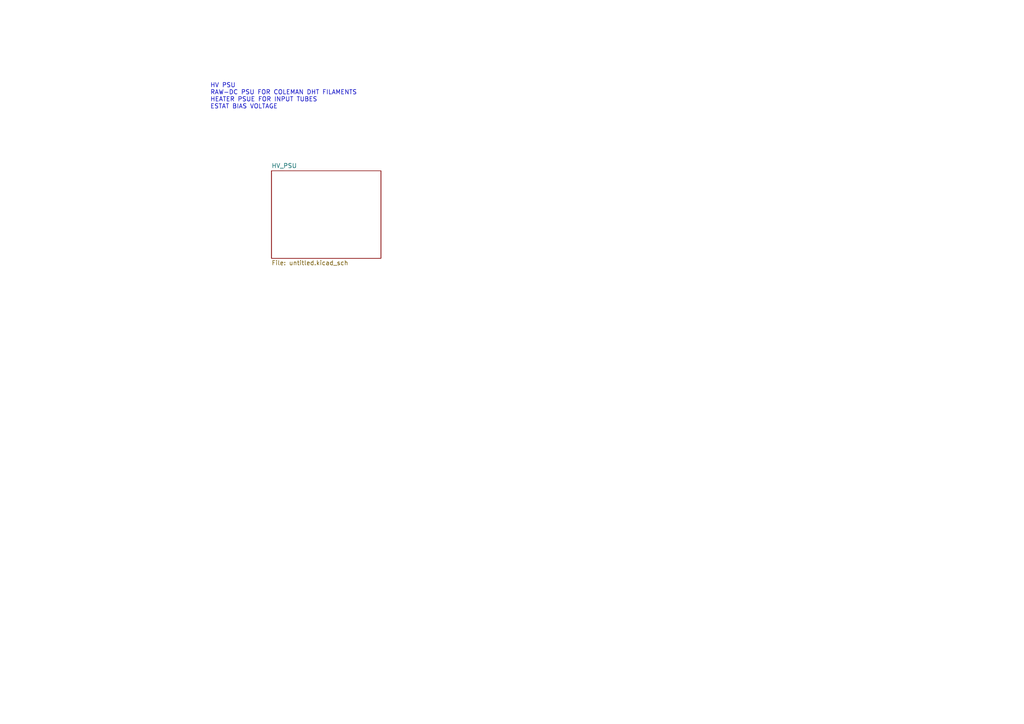
<source format=kicad_sch>
(kicad_sch (version 20230121) (generator eeschema)
  (paper "A4")
  (lib_symbols)
  (text "HV PSU\nRAW-DC PSU FOR COLEMAN DHT FILAMENTS\nHEATER PSUE FOR INPUT TUBES\nESTAT BIAS VOLTAGE" (at 60.96 31.75 0) (effects (font (size 1.27 1.27)) (justify left bottom)))
  (sheet (at 78.74 49.53) (size 31.75 25.4) (stroke (width 0.1524))
    (property "Sheetname" "HV_PSU" (at 78.74 48.8184 0) (effects (justify left bottom)))
    (property "Sheetfile" "untitled.kicad_sch" (at 78.74 75.5146 0) (effects (justify left top)))
  )
)
</source>
